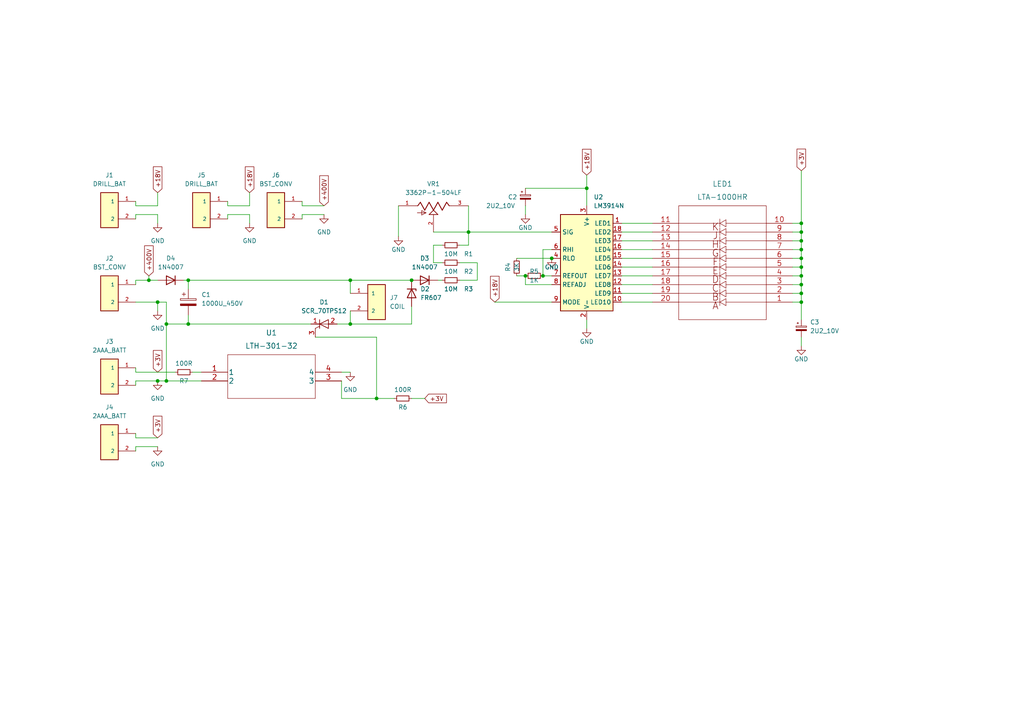
<source format=kicad_sch>
(kicad_sch (version 20211123) (generator eeschema)
  (paper "A4")
  (lib_symbols
    (symbol "2 Position Wire to Board Terminal Block Horizontal with Board 0.197 (5.00mm) Through Hole:1935161" (pin_names (offset 1.016))
      (property "Reference" "J" (at -2.5455 5.7273 0))
      (property "Value" "1935161" (at -2.5481 -7.6442 0))
      (symbol "1935161_0_0"
        (rectangle (start -2.54 -5.08) (end 2.54 5.08) (stroke (width 0.254)) (fill (type background)))
        (pin passive line (at -7.62 2.54 0) (length 5.08) (name "1") (number "1"))
        (pin passive line (at -7.62 -2.54 0) (length 5.08) (name "2") (number "2"))
      )
    )
    (symbol "3362P-1-504LF:3362P-1-504LF" (pin_names (offset 1.016))
      (property "Reference" "VR" (at -10.1818 2.5465 0))
      (property "Value" "3362P-1-504LF" (at -10.1645 -7.6423 0))
      (symbol "3362P-1-504LF_0_0"
        (polyline (pts (xy -5.08 0) (xy -4.572 0)) (stroke (width 0.1524)))
        (polyline (pts (xy -4.699 -2.032) (xy -2.159 -2.032)) (stroke (width 0.1524)))
        (polyline (pts (xy -4.572 0) (xy -3.81 1.016)) (stroke (width 0.254)))
        (polyline (pts (xy -3.81 1.016) (xy -2.54 -1.27)) (stroke (width 0.254)))
        (polyline (pts (xy -3.429 -2.667) (xy -3.429 -1.397)) (stroke (width 0.1524)))
        (polyline (pts (xy -3.429 -1.397) (xy -2.159 -2.032)) (stroke (width 0.1524)))
        (polyline (pts (xy -2.54 -1.27) (xy -1.27 1.016)) (stroke (width 0.254)))
        (polyline (pts (xy -2.159 -2.032) (xy -3.429 -2.667)) (stroke (width 0.1524)))
        (polyline (pts (xy -1.27 -2.54) (xy 0 -1.27)) (stroke (width 0.2032)))
        (polyline (pts (xy -1.27 1.016) (xy 0 -1.27)) (stroke (width 0.254)))
        (polyline (pts (xy 0 -1.27) (xy 1.27 -2.54)) (stroke (width 0.2032)))
        (polyline (pts (xy 0 -1.27) (xy 1.27 1.016)) (stroke (width 0.254)))
        (polyline (pts (xy 1.27 -2.54) (xy -1.27 -2.54)) (stroke (width 0.2032)))
        (polyline (pts (xy 1.27 1.016) (xy 2.54 -1.27)) (stroke (width 0.254)))
        (polyline (pts (xy 2.54 -1.27) (xy 3.81 1.016)) (stroke (width 0.254)))
        (polyline (pts (xy 3.81 1.016) (xy 4.572 0)) (stroke (width 0.254)))
        (polyline (pts (xy 4.572 0) (xy 5.08 0)) (stroke (width 0.1524)))
        (pin passive line (at -10.16 0 0) (length 5.08) (name "~") (number "1"))
        (pin passive line (at 0 -7.62 90) (length 5.08) (name "~") (number "2"))
        (pin passive line (at 10.16 0 180) (length 5.08) (name "~") (number "3"))
      )
    )
    (symbol "Device:C_Polarized" (pin_numbers hide) (pin_names (offset 0.254))
      (property "Reference" "C" (at 0.635 2.54 0))
      (property "Value" "C_Polarized" (at 0.635 -2.54 0))
      (symbol "C_Polarized_0_1"
        (rectangle (start -2.286 0.508) (end 2.286 1.016))
        (polyline (pts (xy -1.778 2.286) (xy -0.762 2.286)))
        (polyline (pts (xy -1.27 2.794) (xy -1.27 1.778)))
        (rectangle (start 2.286 -0.508) (end -2.286 -1.016) (fill (type outline)))
      )
      (symbol "C_Polarized_1_1"
        (pin passive line (at 0 3.81 270) (length 2.794) (name "~") (number "1"))
        (pin passive line (at 0 -3.81 90) (length 2.794) (name "~") (number "2"))
      )
    )
    (symbol "Device:C_Polarized_Small" (pin_numbers hide) (pin_names (offset 0.254) hide)
      (property "Reference" "C" (at 0.254 1.778 0))
      (property "Value" "C_Polarized_Small" (at 0.254 -2.032 0))
      (symbol "C_Polarized_Small_0_1"
        (rectangle (start -1.524 -0.3048) (end 1.524 -0.6858) (fill (type outline)))
        (rectangle (start -1.524 0.6858) (end 1.524 0.3048))
        (polyline (pts (xy -1.27 1.524) (xy -0.762 1.524)))
        (polyline (pts (xy -1.016 1.27) (xy -1.016 1.778)))
      )
      (symbol "C_Polarized_Small_1_1"
        (pin passive line (at 0 2.54 270) (length 1.8542) (name "~") (number "1"))
        (pin passive line (at 0 -2.54 90) (length 1.8542) (name "~") (number "2"))
      )
    )
    (symbol "Device:Q_SCR_KAG" (pin_names (offset 0) hide)
      (property "Reference" "D" (at 1.905 0.635 0))
      (property "Value" "Q_SCR_KAG" (at 1.905 -1.27 0))
      (symbol "Q_SCR_KAG_0_1"
        (polyline (pts (xy -1.27 -2.54) (xy -0.635 -1.27)))
        (polyline (pts (xy -1.27 -1.27) (xy 1.27 -1.27)) (stroke (width 0.2032)))
        (polyline (pts (xy 0 -2.54) (xy 0 2.54)))
        (polyline (pts (xy -1.27 1.27) (xy 1.27 1.27) (xy 0 -1.27) (xy -1.27 1.27)) (stroke (width 0.2032)))
      )
      (symbol "Q_SCR_KAG_1_1"
        (pin passive line (at 0 -3.81 90) (length 2.54) (name "K") (number "1"))
        (pin passive line (at 0 3.81 270) (length 2.54) (name "A") (number "2"))
        (pin input line (at -3.81 -2.54 0) (length 2.54) (name "G") (number "3"))
      )
    )
    (symbol "Device:R_Small" (pin_numbers hide) (pin_names (offset 0.254) hide)
      (property "Reference" "R" (at 0.762 0.508 0))
      (property "Value" "R_Small" (at 0.762 -1.016 0))
      (symbol "R_Small_0_1"
        (rectangle (start -0.762 1.778) (end 0.762 -1.778) (stroke (width 0.2032)))
      )
      (symbol "R_Small_1_1"
        (pin passive line (at 0 2.54 270) (length 0.762) (name "~") (number "1"))
        (pin passive line (at 0 -2.54 90) (length 0.762) (name "~") (number "2"))
      )
    )
    (symbol "Diode:1N4007" (pin_numbers hide) (pin_names hide)
      (property "Reference" "D" (at 0 2.54 0))
      (property "Value" "1N4007" (at 0 -2.54 0))
      (symbol "1N4007_0_1"
        (polyline (pts (xy -1.27 1.27) (xy -1.27 -1.27)) (stroke (width 0.254)))
        (polyline (pts (xy 1.27 0) (xy -1.27 0)))
        (polyline (pts (xy 1.27 1.27) (xy 1.27 -1.27) (xy -1.27 0) (xy 1.27 1.27)) (stroke (width 0.254)))
      )
      (symbol "1N4007_1_1"
        (pin passive line (at -3.81 0 0) (length 2.54) (name "K") (number "1"))
        (pin passive line (at 3.81 0 180) (length 2.54) (name "A") (number "2"))
      )
    )
    (symbol "Diode:5KPxxA" (pin_numbers hide) (pin_names (offset 1.016) hide)
      (property "Reference" "D" (at 0 2.54 0))
      (property "Value" "5KPxxA" (at 0 -2.54 0))
      (symbol "5KPxxA_0_1"
        (polyline (pts (xy 1.27 0) (xy -1.27 0)))
        (polyline (pts (xy -0.762 1.27) (xy -1.27 1.27) (xy -1.27 -1.27)) (stroke (width 0.254)))
        (polyline (pts (xy 1.27 1.27) (xy 1.27 -1.27) (xy -1.27 0) (xy 1.27 1.27)) (stroke (width 0.254)))
      )
      (symbol "5KPxxA_1_1"
        (pin passive line (at -3.81 0 0) (length 2.54) (name "A1") (number "1"))
        (pin passive line (at 3.81 0 180) (length 2.54) (name "A2") (number "2"))
      )
    )
    (symbol "Driver_LED:LM3914N"
      (property "Reference" "U" (at -6.35 14.224 0))
      (property "Value" "LM3914N" (at 5.588 14.224 0))
      (symbol "LM3914N_0_1"
        (rectangle (start -7.62 12.7) (end 7.62 -15.24) (stroke (width 0.254)) (fill (type background)))
      )
      (symbol "LM3914N_1_1"
        (pin open_collector line (at 10.16 10.16 180) (length 2.54) (name "LED1") (number "1"))
        (pin open_collector line (at 10.16 -12.7 180) (length 2.54) (name "LED10") (number "10"))
        (pin open_collector line (at 10.16 -10.16 180) (length 2.54) (name "LED9") (number "11"))
        (pin open_collector line (at 10.16 -7.62 180) (length 2.54) (name "LED8") (number "12"))
        (pin open_collector line (at 10.16 -5.08 180) (length 2.54) (name "LED7") (number "13"))
        (pin open_collector line (at 10.16 -2.54 180) (length 2.54) (name "LED6") (number "14"))
        (pin open_collector line (at 10.16 0 180) (length 2.54) (name "LED5") (number "15"))
        (pin open_collector line (at 10.16 2.54 180) (length 2.54) (name "LED4") (number "16"))
        (pin open_collector line (at 10.16 5.08 180) (length 2.54) (name "LED3") (number "17"))
        (pin open_collector line (at 10.16 7.62 180) (length 2.54) (name "LED2") (number "18"))
        (pin power_in line (at 0 -17.78 90) (length 2.54) (name "V-") (number "2"))
        (pin power_in line (at 0 15.24 270) (length 2.54) (name "V+") (number "3"))
        (pin input line (at -10.16 0 0) (length 2.54) (name "RLO") (number "4"))
        (pin input line (at -10.16 7.62 0) (length 2.54) (name "SIG") (number "5"))
        (pin input line (at -10.16 2.54 0) (length 2.54) (name "RHI") (number "6"))
        (pin output line (at -10.16 -5.08 0) (length 2.54) (name "REFOUT") (number "7"))
        (pin input line (at -10.16 -7.62 0) (length 2.54) (name "REFADJ") (number "8"))
        (pin input line (at -10.16 -12.7 0) (length 2.54) (name "MODE") (number "9"))
      )
    )
    (symbol "LTA-1000HR:LTA-1000HR" (pin_names (offset 0.254) hide)
      (property "Reference" "LED" (at 20.32 10.16 0))
      (property "Value" "LTA-1000HR" (at 20.32 7.62 0))
      (symbol "LTA-1000HR_0_0"
        (text "A" (at 22.352 1.016 0) (effects (font (size 2.0828 2.0828))))
        (text "B" (at 22.352 -1.524 0) (effects (font (size 2.0828 2.0828))))
        (text "C" (at 22.352 -4.064 0) (effects (font (size 2.0828 2.0828))))
        (text "D" (at 22.352 -6.604 0) (effects (font (size 2.0828 2.0828))))
        (text "E" (at 22.352 -9.144 0) (effects (font (size 2.0828 2.0828))))
        (text "F" (at 22.352 -11.684 0) (effects (font (size 2.0828 2.0828))))
        (text "G" (at 22.352 -14.224 0) (effects (font (size 2.0828 2.0828))))
        (text "H" (at 22.352 -16.764 0) (effects (font (size 2.0828 2.0828))))
        (text "J" (at 22.352 -19.304 0) (effects (font (size 2.0828 2.0828))))
        (text "K" (at 22.352 -21.844 0) (effects (font (size 2.0828 2.0828))))
      )
      (symbol "LTA-1000HR_1_1"
        (polyline (pts (xy 7.62 -27.94) (xy 33.02 -27.94)) (stroke (width 0.127)))
        (polyline (pts (xy 7.62 -22.86) (xy 19.304 -22.86)) (stroke (width 0.127)))
        (polyline (pts (xy 7.62 -20.32) (xy 19.304 -20.32)) (stroke (width 0.127)))
        (polyline (pts (xy 7.62 -17.78) (xy 19.304 -17.78)) (stroke (width 0.127)))
        (polyline (pts (xy 7.62 -15.24) (xy 19.304 -15.24)) (stroke (width 0.127)))
        (polyline (pts (xy 7.62 -12.7) (xy 19.304 -12.7)) (stroke (width 0.127)))
        (polyline (pts (xy 7.62 -10.16) (xy 19.304 -10.16)) (stroke (width 0.127)))
        (polyline (pts (xy 7.62 -7.62) (xy 19.304 -7.62)) (stroke (width 0.127)))
        (polyline (pts (xy 7.62 -5.08) (xy 19.304 -5.08)) (stroke (width 0.127)))
        (polyline (pts (xy 7.62 -2.54) (xy 19.304 -2.54)) (stroke (width 0.127)))
        (polyline (pts (xy 7.62 0) (xy 19.304 0)) (stroke (width 0.127)))
        (polyline (pts (xy 7.62 5.08) (xy 7.62 -27.94)) (stroke (width 0.127)))
        (polyline (pts (xy 19.304 -21.844) (xy 19.304 -23.876)) (stroke (width 0.127)))
        (polyline (pts (xy 19.304 -21.844) (xy 21.082 -22.86)) (stroke (width 0.127)))
        (polyline (pts (xy 19.304 -19.304) (xy 19.304 -21.336)) (stroke (width 0.127)))
        (polyline (pts (xy 19.304 -19.304) (xy 21.082 -20.32)) (stroke (width 0.127)))
        (polyline (pts (xy 19.304 -16.764) (xy 19.304 -18.796)) (stroke (width 0.127)))
        (polyline (pts (xy 19.304 -16.764) (xy 21.082 -17.78)) (stroke (width 0.127)))
        (polyline (pts (xy 19.304 -14.224) (xy 19.304 -16.256)) (stroke (width 0.127)))
        (polyline (pts (xy 19.304 -14.224) (xy 21.082 -15.24)) (stroke (width 0.127)))
        (polyline (pts (xy 19.304 -11.684) (xy 19.304 -13.716)) (stroke (width 0.127)))
        (polyline (pts (xy 19.304 -11.684) (xy 21.082 -12.7)) (stroke (width 0.127)))
        (polyline (pts (xy 19.304 -9.144) (xy 19.304 -11.176)) (stroke (width 0.127)))
        (polyline (pts (xy 19.304 -9.144) (xy 21.082 -10.16)) (stroke (width 0.127)))
        (polyline (pts (xy 19.304 -6.604) (xy 19.304 -8.636)) (stroke (width 0.127)))
        (polyline (pts (xy 19.304 -6.604) (xy 21.082 -7.62)) (stroke (width 0.127)))
        (polyline (pts (xy 19.304 -4.064) (xy 19.304 -6.096)) (stroke (width 0.127)))
        (polyline (pts (xy 19.304 -4.064) (xy 21.082 -5.08)) (stroke (width 0.127)))
        (polyline (pts (xy 19.304 -1.524) (xy 19.304 -3.556)) (stroke (width 0.127)))
        (polyline (pts (xy 19.304 -1.524) (xy 21.082 -2.54)) (stroke (width 0.127)))
        (polyline (pts (xy 19.304 1.016) (xy 19.304 -1.016)) (stroke (width 0.127)))
        (polyline (pts (xy 19.304 1.016) (xy 21.082 0)) (stroke (width 0.127)))
        (polyline (pts (xy 21.082 -22.86) (xy 19.304 -23.876)) (stroke (width 0.127)))
        (polyline (pts (xy 21.082 -22.86) (xy 33.02 -22.86)) (stroke (width 0.127)))
        (polyline (pts (xy 21.082 -21.844) (xy 21.082 -24.13)) (stroke (width 0.127)))
        (polyline (pts (xy 21.082 -20.32) (xy 19.304 -21.336)) (stroke (width 0.127)))
        (polyline (pts (xy 21.082 -20.32) (xy 33.02 -20.32)) (stroke (width 0.127)))
        (polyline (pts (xy 21.082 -19.304) (xy 21.082 -21.59)) (stroke (width 0.127)))
        (polyline (pts (xy 21.082 -17.78) (xy 19.304 -18.796)) (stroke (width 0.127)))
        (polyline (pts (xy 21.082 -17.78) (xy 33.02 -17.78)) (stroke (width 0.127)))
        (polyline (pts (xy 21.082 -16.764) (xy 21.082 -19.05)) (stroke (width 0.127)))
        (polyline (pts (xy 21.082 -15.24) (xy 19.304 -16.256)) (stroke (width 0.127)))
        (polyline (pts (xy 21.082 -15.24) (xy 33.02 -15.24)) (stroke (width 0.127)))
        (polyline (pts (xy 21.082 -14.224) (xy 21.082 -16.51)) (stroke (width 0.127)))
        (polyline (pts (xy 21.082 -12.7) (xy 19.304 -13.716)) (stroke (width 0.127)))
        (polyline (pts (xy 21.082 -12.7) (xy 33.02 -12.7)) (stroke (width 0.127)))
        (polyline (pts (xy 21.082 -11.684) (xy 21.082 -13.97)) (stroke (width 0.127)))
        (polyline (pts (xy 21.082 -10.16) (xy 19.304 -11.176)) (stroke (width 0.127)))
        (polyline (pts (xy 21.082 -10.16) (xy 33.02 -10.16)) (stroke (width 0.127)))
        (polyline (pts (xy 21.082 -9.144) (xy 21.082 -11.43)) (stroke (width 0.127)))
        (polyline (pts (xy 21.082 -7.62) (xy 19.304 -8.636)) (stroke (width 0.127)))
        (polyline (pts (xy 21.082 -7.62) (xy 33.02 -7.62)) (stroke (width 0.127)))
        (polyline (pts (xy 21.082 -6.604) (xy 21.082 -8.89)) (stroke (width 0.127)))
        (polyline (pts (xy 21.082 -5.08) (xy 19.304 -6.096)) (stroke (width 0.127)))
        (polyline (pts (xy 21.082 -5.08) (xy 33.02 -5.08)) (stroke (width 0.127)))
        (polyline (pts (xy 21.082 -4.064) (xy 21.082 -6.35)) (stroke (width 0.127)))
        (polyline (pts (xy 21.082 -2.54) (xy 19.304 -3.556)) (stroke (width 0.127)))
        (polyline (pts (xy 21.082 -2.54) (xy 33.02 -2.54)) (stroke (width 0.127)))
        (polyline (pts (xy 21.082 -1.524) (xy 21.082 -3.81)) (stroke (width 0.127)))
        (polyline (pts (xy 21.082 0) (xy 19.304 -1.016)) (stroke (width 0.127)))
        (polyline (pts (xy 21.082 0) (xy 33.02 0)) (stroke (width 0.127)))
        (polyline (pts (xy 21.082 1.016) (xy 21.082 -1.27)) (stroke (width 0.127)))
        (polyline (pts (xy 33.02 -27.94) (xy 33.02 5.08)) (stroke (width 0.127)))
        (polyline (pts (xy 33.02 5.08) (xy 7.62 5.08)) (stroke (width 0.127)))
        (pin unspecified line (at 0 0 0) (length 7.62) (name "1") (number "1"))
        (pin unspecified line (at 0 -22.86 0) (length 7.62) (name "10") (number "10"))
        (pin unspecified line (at 40.64 -22.86 180) (length 7.62) (name "11") (number "11"))
        (pin unspecified line (at 40.64 -20.32 180) (length 7.62) (name "12") (number "12"))
        (pin unspecified line (at 40.64 -17.78 180) (length 7.62) (name "13") (number "13"))
        (pin unspecified line (at 40.64 -15.24 180) (length 7.62) (name "14") (number "14"))
        (pin unspecified line (at 40.64 -12.7 180) (length 7.62) (name "15") (number "15"))
        (pin unspecified line (at 40.64 -10.16 180) (length 7.62) (name "16") (number "16"))
        (pin unspecified line (at 40.64 -7.62 180) (length 7.62) (name "17") (number "17"))
        (pin unspecified line (at 40.64 -5.08 180) (length 7.62) (name "18") (number "18"))
        (pin unspecified line (at 40.64 -2.54 180) (length 7.62) (name "19") (number "19"))
        (pin unspecified line (at 0 -2.54 0) (length 7.62) (name "2") (number "2"))
        (pin unspecified line (at 40.64 0 180) (length 7.62) (name "20") (number "20"))
        (pin unspecified line (at 0 -5.08 0) (length 7.62) (name "3") (number "3"))
        (pin unspecified line (at 0 -7.62 0) (length 7.62) (name "4") (number "4"))
        (pin unspecified line (at 0 -10.16 0) (length 7.62) (name "5") (number "5"))
        (pin unspecified line (at 0 -12.7 0) (length 7.62) (name "6") (number "6"))
        (pin unspecified line (at 0 -15.24 0) (length 7.62) (name "7") (number "7"))
        (pin unspecified line (at 0 -17.78 0) (length 7.62) (name "8") (number "8"))
        (pin unspecified line (at 0 -20.32 0) (length 7.62) (name "9") (number "9"))
      )
    )
    (symbol "LTH-301-32:LTH-301-32" (pin_names (offset 0.254))
      (property "Reference" "U" (at 20.32 10.16 0))
      (property "Value" "LTH-301-32" (at 20.32 7.62 0))
      (symbol "LTH-301-32_1_1"
        (polyline (pts (xy 7.62 -7.62) (xy 33.02 -7.62)) (stroke (width 0.127)))
        (polyline (pts (xy 7.62 5.08) (xy 7.62 -7.62)) (stroke (width 0.127)))
        (polyline (pts (xy 33.02 -7.62) (xy 33.02 5.08)) (stroke (width 0.127)))
        (polyline (pts (xy 33.02 5.08) (xy 7.62 5.08)) (stroke (width 0.127)))
        (pin unspecified line (at 0 0 0) (length 7.62) (name "1") (number "1"))
        (pin unspecified line (at 0 -2.54 0) (length 7.62) (name "2") (number "2"))
        (pin unspecified line (at 40.64 -2.54 180) (length 7.62) (name "3") (number "3"))
        (pin unspecified line (at 40.64 0 180) (length 7.62) (name "4") (number "4"))
      )
    )
    (symbol "power:GND" (power) (pin_names (offset 0))
      (property "Value" "GND" (at 0 -3.81 0))
      (symbol "GND_0_1"
        (polyline (pts (xy 0 0) (xy 0 -1.27) (xy 1.27 -1.27) (xy 0 -2.54) (xy -1.27 -1.27) (xy 0 -1.27)))
      )
      (symbol "GND_1_1"
        (pin power_in line (at 0 0 270) (length 0) hide (name "GND") (number "1"))
      )
    )
  )
  (junction (at 232.41 74.93))
  (junction (at 152.4 80.01))
  (junction (at 48.26 93.98))
  (junction (at 48.26 110.49))
  (junction (at 101.6 81.28))
  (junction (at 54.61 81.28))
  (junction (at 232.41 87.63))
  (junction (at 135.89 67.31))
  (junction (at 232.41 82.55))
  (junction (at 157.48 80.01))
  (junction (at 109.22 115.57))
  (junction (at 170.18 54.61))
  (junction (at 232.41 69.85))
  (junction (at 232.41 80.01))
  (junction (at 232.41 85.09))
  (junction (at 101.6 93.98))
  (junction (at 45.72 110.49))
  (junction (at 43.18 81.28))
  (junction (at 54.61 93.98))
  (junction (at 232.41 72.39))
  (junction (at 160.02 74.93))
  (junction (at 232.41 77.47))
  (junction (at 232.41 67.31))
  (junction (at 232.41 64.77))
  (junction (at 119.38 81.28))
  (junction (at 45.72 87.63))
  (wire (pts (xy 170.18 92.71) (xy 170.18 95.25)))
  (wire (pts (xy 45.72 87.63) (xy 39.37 87.63)))
  (wire (pts (xy 189.23 67.31) (xy 180.34 67.31)))
  (wire (pts (xy 157.48 80.01) (xy 160.02 80.01)))
  (wire (pts (xy 45.72 62.23) (xy 45.72 64.77)))
  (wire (pts (xy 229.87 85.09) (xy 232.41 85.09)))
  (wire (pts (xy 39.37 129.54) (xy 45.72 129.54)))
  (wire (pts (xy 232.41 85.09) (xy 232.41 87.63)))
  (wire (pts (xy 189.23 85.09) (xy 180.34 85.09)))
  (wire (pts (xy 189.23 80.01) (xy 180.34 80.01)))
  (wire (pts (xy 39.37 125.73) (xy 39.37 127)))
  (wire (pts (xy 189.23 74.93) (xy 180.34 74.93)))
  (wire (pts (xy 232.41 82.55) (xy 232.41 85.09)))
  (wire (pts (xy 189.23 82.55) (xy 180.34 82.55)))
  (wire (pts (xy 99.06 115.57) (xy 99.06 110.49)))
  (wire (pts (xy 135.89 59.69) (xy 135.89 67.31)))
  (wire (pts (xy 138.43 81.28) (xy 138.43 76.2)))
  (wire (pts (xy 109.22 115.57) (xy 99.06 115.57)))
  (wire (pts (xy 119.38 115.57) (xy 123.19 115.57)))
  (wire (pts (xy 232.41 87.63) (xy 232.41 92.71)))
  (wire (pts (xy 66.04 62.23) (xy 66.04 63.5)))
  (wire (pts (xy 39.37 110.49) (xy 45.72 110.49)))
  (wire (pts (xy 72.39 55.88) (xy 72.39 59.69)))
  (wire (pts (xy 170.18 50.8) (xy 170.18 54.61)))
  (wire (pts (xy 229.87 64.77) (xy 232.41 64.77)))
  (wire (pts (xy 232.41 69.85) (xy 232.41 72.39)))
  (wire (pts (xy 189.23 69.85) (xy 180.34 69.85)))
  (wire (pts (xy 232.41 49.53) (xy 232.41 64.77)))
  (wire (pts (xy 229.87 77.47) (xy 232.41 77.47)))
  (wire (pts (xy 101.6 90.17) (xy 101.6 93.98)))
  (wire (pts (xy 55.88 107.95) (xy 58.42 107.95)))
  (wire (pts (xy 232.41 74.93) (xy 232.41 77.47)))
  (wire (pts (xy 109.22 115.57) (xy 109.22 97.79)))
  (wire (pts (xy 229.87 82.55) (xy 232.41 82.55)))
  (wire (pts (xy 229.87 67.31) (xy 232.41 67.31)))
  (wire (pts (xy 135.89 67.31) (xy 160.02 67.31)))
  (wire (pts (xy 232.41 72.39) (xy 232.41 74.93)))
  (wire (pts (xy 39.37 81.28) (xy 39.37 82.55)))
  (wire (pts (xy 232.41 64.77) (xy 232.41 67.31)))
  (wire (pts (xy 43.18 80.01) (xy 43.18 81.28)))
  (wire (pts (xy 87.63 62.23) (xy 93.98 62.23)))
  (wire (pts (xy 54.61 93.98) (xy 90.17 93.98)))
  (wire (pts (xy 101.6 81.28) (xy 119.38 81.28)))
  (wire (pts (xy 66.04 59.69) (xy 72.39 59.69)))
  (wire (pts (xy 39.37 59.69) (xy 45.72 59.69)))
  (wire (pts (xy 160.02 82.55) (xy 152.4 82.55)))
  (wire (pts (xy 232.41 77.47) (xy 232.41 80.01)))
  (wire (pts (xy 45.72 110.49) (xy 48.26 110.49)))
  (wire (pts (xy 115.57 59.69) (xy 115.57 68.58)))
  (wire (pts (xy 149.86 74.93) (xy 160.02 74.93)))
  (wire (pts (xy 39.37 58.42) (xy 39.37 59.69)))
  (wire (pts (xy 39.37 62.23) (xy 45.72 62.23)))
  (wire (pts (xy 229.87 87.63) (xy 232.41 87.63)))
  (wire (pts (xy 109.22 97.79) (xy 91.44 97.79)))
  (wire (pts (xy 39.37 129.54) (xy 39.37 130.81)))
  (wire (pts (xy 39.37 110.49) (xy 39.37 111.76)))
  (wire (pts (xy 232.41 97.79) (xy 232.41 100.33)))
  (wire (pts (xy 229.87 72.39) (xy 232.41 72.39)))
  (wire (pts (xy 170.18 54.61) (xy 170.18 59.69)))
  (wire (pts (xy 48.26 93.98) (xy 54.61 93.98)))
  (wire (pts (xy 53.34 81.28) (xy 54.61 81.28)))
  (wire (pts (xy 157.48 72.39) (xy 157.48 80.01)))
  (wire (pts (xy 125.73 71.12) (xy 128.27 71.12)))
  (wire (pts (xy 72.39 62.23) (xy 72.39 64.77)))
  (wire (pts (xy 45.72 55.88) (xy 45.72 59.69)))
  (wire (pts (xy 138.43 76.2) (xy 133.35 76.2)))
  (wire (pts (xy 229.87 74.93) (xy 232.41 74.93)))
  (wire (pts (xy 189.23 87.63) (xy 180.34 87.63)))
  (wire (pts (xy 133.35 71.12) (xy 135.89 71.12)))
  (wire (pts (xy 119.38 93.98) (xy 119.38 88.9)))
  (wire (pts (xy 39.37 107.95) (xy 50.8 107.95)))
  (wire (pts (xy 97.79 93.98) (xy 101.6 93.98)))
  (wire (pts (xy 48.26 110.49) (xy 58.42 110.49)))
  (wire (pts (xy 101.6 81.28) (xy 101.6 85.09)))
  (wire (pts (xy 189.23 72.39) (xy 180.34 72.39)))
  (wire (pts (xy 99.06 107.95) (xy 101.6 107.95)))
  (wire (pts (xy 232.41 67.31) (xy 232.41 69.85)))
  (wire (pts (xy 87.63 59.69) (xy 93.98 59.69)))
  (wire (pts (xy 160.02 72.39) (xy 157.48 72.39)))
  (wire (pts (xy 48.26 87.63) (xy 45.72 87.63)))
  (wire (pts (xy 125.73 76.2) (xy 125.73 71.12)))
  (wire (pts (xy 87.63 62.23) (xy 87.63 63.5)))
  (wire (pts (xy 66.04 62.23) (xy 72.39 62.23)))
  (wire (pts (xy 39.37 106.68) (xy 39.37 107.95)))
  (wire (pts (xy 128.27 76.2) (xy 125.73 76.2)))
  (wire (pts (xy 160.02 87.63) (xy 143.51 87.63)))
  (wire (pts (xy 48.26 93.98) (xy 48.26 110.49)))
  (wire (pts (xy 152.4 80.01) (xy 152.4 82.55)))
  (wire (pts (xy 39.37 127) (xy 45.72 127)))
  (wire (pts (xy 87.63 58.42) (xy 87.63 59.69)))
  (wire (pts (xy 135.89 71.12) (xy 135.89 67.31)))
  (wire (pts (xy 152.4 54.61) (xy 170.18 54.61)))
  (wire (pts (xy 39.37 81.28) (xy 43.18 81.28)))
  (wire (pts (xy 149.86 80.01) (xy 152.4 80.01)))
  (wire (pts (xy 127 81.28) (xy 128.27 81.28)))
  (wire (pts (xy 54.61 81.28) (xy 54.61 83.82)))
  (wire (pts (xy 229.87 69.85) (xy 232.41 69.85)))
  (wire (pts (xy 39.37 62.23) (xy 39.37 63.5)))
  (wire (pts (xy 189.23 77.47) (xy 180.34 77.47)))
  (wire (pts (xy 125.73 67.31) (xy 135.89 67.31)))
  (wire (pts (xy 48.26 93.98) (xy 48.26 87.63)))
  (wire (pts (xy 45.72 81.28) (xy 43.18 81.28)))
  (wire (pts (xy 152.4 59.69) (xy 152.4 62.23)))
  (wire (pts (xy 229.87 80.01) (xy 232.41 80.01)))
  (wire (pts (xy 232.41 80.01) (xy 232.41 82.55)))
  (wire (pts (xy 133.35 81.28) (xy 138.43 81.28)))
  (wire (pts (xy 45.72 87.63) (xy 45.72 90.17)))
  (wire (pts (xy 54.61 91.44) (xy 54.61 93.98)))
  (wire (pts (xy 66.04 58.42) (xy 66.04 59.69)))
  (wire (pts (xy 109.22 115.57) (xy 114.3 115.57)))
  (wire (pts (xy 54.61 81.28) (xy 101.6 81.28)))
  (wire (pts (xy 189.23 64.77) (xy 180.34 64.77)))
  (wire (pts (xy 101.6 93.98) (xy 119.38 93.98)))
  (global_label "+3V" (shape input) (at 45.72 127 90) (property "Intersheet References" "${INTERSHEET_REFS}" (effects hide)))
  (global_label "+18V" (shape input) (at 45.72 55.88 90) (property "Intersheet References" "${INTERSHEET_REFS}" (effects hide)))
  (global_label "+18V" (shape input) (at 170.18 50.8 90) (property "Intersheet References" "${INTERSHEET_REFS}" (effects hide)))
  (global_label "+18V" (shape input) (at 72.39 55.88 90) (property "Intersheet References" "${INTERSHEET_REFS}" (effects hide)))
  (global_label "+3V" (shape input) (at 232.41 49.53 90) (property "Intersheet References" "${INTERSHEET_REFS}" (effects hide)))
  (global_label "+400V" (shape input) (at 93.98 59.69 90) (property "Intersheet References" "${INTERSHEET_REFS}" (effects hide)))
  (global_label "+400V" (shape input) (at 43.18 80.01 90) (property "Intersheet References" "${INTERSHEET_REFS}" (effects hide)))
  (global_label "+3V" (shape input) (at 123.19 115.57 0) (property "Intersheet References" "${INTERSHEET_REFS}" (effects hide)))
  (global_label "+3V" (shape input) (at 45.72 107.95 90) (property "Intersheet References" "${INTERSHEET_REFS}" (effects hide)))
  (global_label "+18V" (shape input) (at 143.51 87.63 90) (property "Intersheet References" "${INTERSHEET_REFS}" (effects hide)))
  (symbol (lib_id "power:GND") (at 232.41 100.33 0) (unit 1)
    (property "Reference" "#PWR0101" (effects hide))
    (property "Value" "GND" (at 232.41 104.14 0))
  )
  (symbol (lib_id "Device:R_Small") (at 130.81 71.12 90) (unit 1)
    (property "Reference" "R1" (at 135.89 73.66 90))
    (property "Value" "10M" (at 130.81 73.66 90))
    (property "Footprint" "Resistor_THT:R_Axial_DIN0204_L3.6mm_D1.6mm_P7.62mm_Horizontal" (effects hide))
  )
  (symbol (lib_id "power:GND") (at 45.72 64.77 0) (unit 1)
    (property "Reference" "#PWR0104" (effects hide))
    (property "Value" "GND" (at 45.72 69.85 0))
  )
  (symbol (lib_id "Device:R_Small") (at 149.86 77.47 180) (unit 1)
    (property "Reference" "R4" (at 147.32 77.47 90))
    (property "Value" "3K" (at 149.86 77.47 90))
    (property "Footprint" "Resistor_THT:R_Axial_DIN0204_L3.6mm_D1.6mm_P7.62mm_Horizontal" (effects hide))
  )
  (symbol (lib_id "Device:R_Small") (at 130.81 76.2 90) (unit 1)
    (property "Reference" "R2" (at 135.89 78.74 90))
    (property "Value" "10M" (at 130.81 78.74 90))
    (property "Footprint" "Resistor_THT:R_Axial_DIN0204_L3.6mm_D1.6mm_P7.62mm_Horizontal" (effects hide))
  )
  (symbol (lib_id "2 Position Wire to Board Terminal Block Horizontal with Board 0.197 (5.00mm) Through Hole:1935161") (at 58.42 60.96 0) (mirror y) (unit 1)
    (property "Reference" "J5" (at 58.42 50.8 0))
    (property "Value" "DRILL_BAT" (at 58.42 53.34 0))
    (property "Footprint" "2 Position Wire to Board Terminal Block Horizontal with Board 0.197 (5:2 Position Wire to Board Terminal Block Horizontal with Board 0.197 (5.00mm) Through Hole" (effects hide))
    (property "MANUFACTURER" "Phoenix Contact" (effects hide))
  )
  (symbol (lib_id "Diode:1N4007") (at 49.53 81.28 180) (unit 1)
    (property "Reference" "D4" (at 49.53 74.93 0))
    (property "Value" "1N4007" (at 49.53 77.47 0))
    (property "Footprint" "Diode_THT:D_DO-41_SOD81_P10.16mm_Horizontal" (effects hide))
    (property "Datasheet" "http://www.vishay.com/docs/88503/1n4001.pdf" (effects hide))
  )
  (symbol (lib_id "Device:R_Small") (at 116.84 115.57 270) (unit 1)
    (property "Reference" "R6" (at 116.84 118.11 90))
    (property "Value" "100R" (at 116.84 113.03 90))
    (property "Footprint" "Resistor_THT:R_Axial_DIN0204_L3.6mm_D1.6mm_P7.62mm_Horizontal" (effects hide))
  )
  (symbol (lib_id "power:GND") (at 160.02 74.93 0) (unit 1)
    (property "Reference" "#PWR0107" (effects hide))
    (property "Value" "GND" (at 160.02 77.47 0))
  )
  (symbol (lib_id "LTA-1000HR:LTA-1000HR") (at 229.87 87.63 180) (unit 1)
    (property "Reference" "LED1" (at 209.55 53.34 0) (effects (font (size 1.524 1.524))))
    (property "Value" "LTA-1000HR" (at 209.55 57.15 0) (effects (font (size 1.524 1.524))))
    (property "Footprint" "LTA-1000HR:LTA-1000HR" (effects hide))
  )
  (symbol (lib_id "Diode:1N4007") (at 123.19 81.28 180) (unit 1)
    (property "Reference" "D3" (at 123.19 74.93 0))
    (property "Value" "1N4007" (at 123.19 77.47 0))
    (property "Footprint" "Diode_THT:D_DO-41_SOD81_P10.16mm_Horizontal" (effects hide))
    (property "Datasheet" "http://www.vishay.com/docs/88503/1n4001.pdf" (effects hide))
  )
  (symbol (lib_id "Device:R_Small") (at 154.94 80.01 90) (unit 1)
    (property "Reference" "R5" (at 154.94 78.74 90))
    (property "Value" "1K" (at 154.94 81.28 90))
    (property "Footprint" "Resistor_THT:R_Axial_DIN0204_L3.6mm_D1.6mm_P7.62mm_Horizontal" (effects hide))
  )
  (symbol (lib_id "power:GND") (at 101.6 107.95 0) (unit 1)
    (property "Reference" "#PWR0112" (effects hide))
    (property "Value" "GND" (at 101.6 113.03 0))
  )
  (symbol (lib_id "2 Position Wire to Board Terminal Block Horizontal with Board 0.197 (5.00mm) Through Hole:1935161") (at 31.75 85.09 0) (mirror y) (unit 1)
    (property "Reference" "J2" (at 31.75 74.93 0))
    (property "Value" "BST_CONV" (at 31.75 77.47 0))
    (property "Footprint" "2 Position Wire to Board Terminal Block Horizontal with Board 0.197 (5:2 Position Wire to Board Terminal Block Horizontal with Board 0.197 (5.00mm) Through Hole" (effects hide))
    (property "MANUFACTURER" "Phoenix Contact" (effects hide))
  )
  (symbol (lib_id "power:GND") (at 45.72 90.17 0) (unit 1)
    (property "Reference" "#PWR0103" (effects hide))
    (property "Value" "GND" (at 45.72 95.25 0))
  )
  (symbol (lib_id "power:GND") (at 72.39 64.77 0) (unit 1)
    (property "Reference" "#PWR0109" (effects hide))
    (property "Value" "GND" (at 72.39 69.85 0))
  )
  (symbol (lib_id "Device:Q_SCR_KAG") (at 93.98 93.98 270) (mirror x) (unit 1)
    (property "Reference" "D1" (at 93.98 87.63 90))
    (property "Value" "SCR_70TPS12" (at 93.98 90.17 90))
    (property "Footprint" "Package_TO_SOT_THT:TO-247-3_Vertical" (effects hide))
  )
  (symbol (lib_id "power:GND") (at 45.72 129.54 0) (unit 1)
    (property "Reference" "#PWR0111" (effects hide))
    (property "Value" "GND" (at 45.72 134.62 0))
  )
  (symbol (lib_id "2 Position Wire to Board Terminal Block Horizontal with Board 0.197 (5.00mm) Through Hole:1935161") (at 109.22 87.63 0) (unit 1)
    (property "Reference" "J7" (at 113.03 86.3599 0) (effects (justify left)))
    (property "Value" "COIL" (at 113.03 88.8999 0) (effects (justify left)))
    (property "Footprint" "2 Position Wire to Board Terminal Block Horizontal with Board 0.197 (5:2 Position Wire to Board Terminal Block Horizontal with Board 0.197 (5.00mm) Through Hole" (effects hide))
    (property "MANUFACTURER" "Phoenix Contact" (effects hide))
  )
  (symbol (lib_id "2 Position Wire to Board Terminal Block Horizontal with Board 0.197 (5.00mm) Through Hole:1935161") (at 80.01 60.96 0) (mirror y) (unit 1)
    (property "Reference" "J6" (at 80.01 50.8 0))
    (property "Value" "BST_CONV" (at 80.01 53.34 0))
    (property "Footprint" "2 Position Wire to Board Terminal Block Horizontal with Board 0.197 (5:2 Position Wire to Board Terminal Block Horizontal with Board 0.197 (5.00mm) Through Hole" (effects hide))
    (property "MANUFACTURER" "Phoenix Contact" (effects hide))
  )
  (symbol (lib_id "Device:R_Small") (at 53.34 107.95 270) (unit 1)
    (property "Reference" "R7" (at 53.34 110.49 90))
    (property "Value" "100R" (at 53.34 105.41 90))
    (property "Footprint" "Resistor_THT:R_Axial_DIN0204_L3.6mm_D1.6mm_P7.62mm_Horizontal" (effects hide))
  )
  (symbol (lib_id "Driver_LED:LM3914N") (at 170.18 74.93 0) (unit 1)
    (property "Reference" "U2" (at 172.1994 57.15 0) (effects (justify left)))
    (property "Value" "LM3914N" (at 172.1994 59.69 0) (effects (justify left)))
    (property "Footprint" "Package_DIP:DIP-18_W7.62mm_LongPads" (effects hide))
    (property "Datasheet" "https://www.ti.com/lit/ds/symlink/lm3914.pdf" (effects hide))
  )
  (symbol (lib_id "LTH-301-32:LTH-301-32") (at 58.42 107.95 0) (unit 1)
    (property "Reference" "U1" (at 78.74 96.52 0) (effects (font (size 1.524 1.524))))
    (property "Value" "LTH-301-32" (at 78.74 100.33 0) (effects (font (size 1.524 1.524))))
    (property "Footprint" "LTH-301-32:LTH-301-32" (effects hide))
  )
  (symbol (lib_id "Device:C_Polarized_Small") (at 232.41 95.25 0) (unit 1)
    (property "Reference" "C3" (at 234.95 93.4338 0) (effects (justify left)))
    (property "Value" "2U2_10V" (at 234.95 95.9738 0) (effects (justify left)))
    (property "Footprint" "Capacitor_THT:CP_Radial_D4.0mm_P2.00mm" (effects hide))
  )
  (symbol (lib_id "power:GND") (at 45.72 110.49 0) (unit 1)
    (property "Reference" "#PWR0102" (effects hide))
    (property "Value" "GND" (at 45.72 115.57 0))
  )
  (symbol (lib_id "power:GND") (at 93.98 62.23 0) (unit 1)
    (property "Reference" "#PWR0110" (effects hide))
    (property "Value" "GND" (at 93.98 67.31 0))
  )
  (symbol (lib_id "2 Position Wire to Board Terminal Block Horizontal with Board 0.197 (5.00mm) Through Hole:1935161") (at 31.75 128.27 0) (mirror y) (unit 1)
    (property "Reference" "J4" (at 31.75 118.11 0))
    (property "Value" "2AAA_BATT" (at 31.75 120.65 0))
    (property "Footprint" "2 Position Wire to Board Terminal Block Horizontal with Board 0.197 (5:2 Position Wire to Board Terminal Block Horizontal with Board 0.197 (5.00mm) Through Hole" (effects hide))
    (property "MANUFACTURER" "Phoenix Contact" (effects hide))
  )
  (symbol (lib_id "Device:R_Small") (at 130.81 81.28 90) (mirror x) (unit 1)
    (property "Reference" "R3" (at 135.89 83.82 90))
    (property "Value" "10M" (at 130.81 83.82 90))
    (property "Footprint" "Resistor_THT:R_Axial_DIN0204_L3.6mm_D1.6mm_P7.62mm_Horizontal" (effects hide))
  )
  (symbol (lib_id "Device:C_Polarized") (at 54.61 87.63 0) (unit 1)
    (property "Reference" "C1" (at 58.42 85.4709 0) (effects (justify left)))
    (property "Value" "1000U_450V" (at 58.42 88.0109 0) (effects (justify left)))
    (property "Footprint" "Capacitor_THT:CP_Radial_D35.0mm_P10.00mm_SnapIn" (effects hide))
  )
  (symbol (lib_id "Device:C_Polarized_Small") (at 152.4 57.15 0) (unit 1)
    (property "Reference" "C2" (at 147.32 57.15 0) (effects (justify left)))
    (property "Value" "2U2_10V" (at 140.97 59.69 0) (effects (justify left)))
    (property "Footprint" "Capacitor_THT:CP_Radial_D4.0mm_P2.00mm" (effects hide))
  )
  (symbol (lib_id "power:GND") (at 152.4 62.23 0) (unit 1)
    (property "Reference" "#PWR0108" (effects hide))
    (property "Value" "GND" (at 152.4 66.04 0))
  )
  (symbol (lib_id "power:GND") (at 170.18 95.25 0) (unit 1)
    (property "Reference" "#PWR0106" (effects hide))
    (property "Value" "GND" (at 170.18 99.06 0))
  )
  (symbol (lib_id "2 Position Wire to Board Terminal Block Horizontal with Board 0.197 (5.00mm) Through Hole:1935161") (at 31.75 109.22 0) (mirror y) (unit 1)
    (property "Reference" "J3" (at 31.75 99.06 0))
    (property "Value" "2AAA_BATT" (at 31.75 101.6 0))
    (property "Footprint" "2 Position Wire to Board Terminal Block Horizontal with Board 0.197 (5:2 Position Wire to Board Terminal Block Horizontal with Board 0.197 (5.00mm) Through Hole" (effects hide))
    (property "MANUFACTURER" "Phoenix Contact" (effects hide))
  )
  (symbol (lib_id "power:GND") (at 115.57 68.58 0) (unit 1)
    (property "Reference" "#PWR0105" (effects hide))
    (property "Value" "GND" (at 115.57 72.39 0))
  )
  (symbol (lib_id "3362P-1-504LF:3362P-1-504LF") (at 125.73 59.69 0) (unit 1)
    (property "Reference" "VR1" (at 125.73 53.34 0))
    (property "Value" "3362P-1-504LF" (at 125.73 55.88 0))
    (property "Footprint" "3362P-1-504LF:3362P-1-504LF" (effects hide))
    (property "MP" "3362P-1-205LF" (effects hide))
    (property "STANDARD" "Manufacturer Recommendation" (effects hide))
    (property "MF" "Bourns" (effects hide))
    (property "PARTREV" "08/26/10" (effects hide))
  )
  (symbol (lib_id "2 Position Wire to Board Terminal Block Horizontal with Board 0.197 (5.00mm) Through Hole:1935161") (at 31.75 60.96 0) (mirror y) (unit 1)
    (property "Reference" "J1" (at 31.75 50.8 0))
    (property "Value" "DRILL_BAT" (at 31.75 53.34 0))
    (property "Footprint" "2 Position Wire to Board Terminal Block Horizontal with Board 0.197 (5:2 Position Wire to Board Terminal Block Horizontal with Board 0.197 (5.00mm) Through Hole" (effects hide))
    (property "MANUFACTURER" "Phoenix Contact" (effects hide))
  )
  (symbol (lib_id "Diode:5KPxxA") (at 119.38 85.09 270) (unit 1)
    (property "Reference" "D2" (at 121.92 83.8199 90) (effects (justify left)))
    (property "Value" "FR607" (at 121.92 86.3599 90) (effects (justify left)))
    (property "Footprint" "Diode_THT:D_P600_R-6_P12.70mm_Horizontal" (effects hide))
    (property "Datasheet" "https://diotec.com/tl_files/diotec/files/pdf/datasheets/5kp65.pdf" (effects hide))
  )
)
</source>
